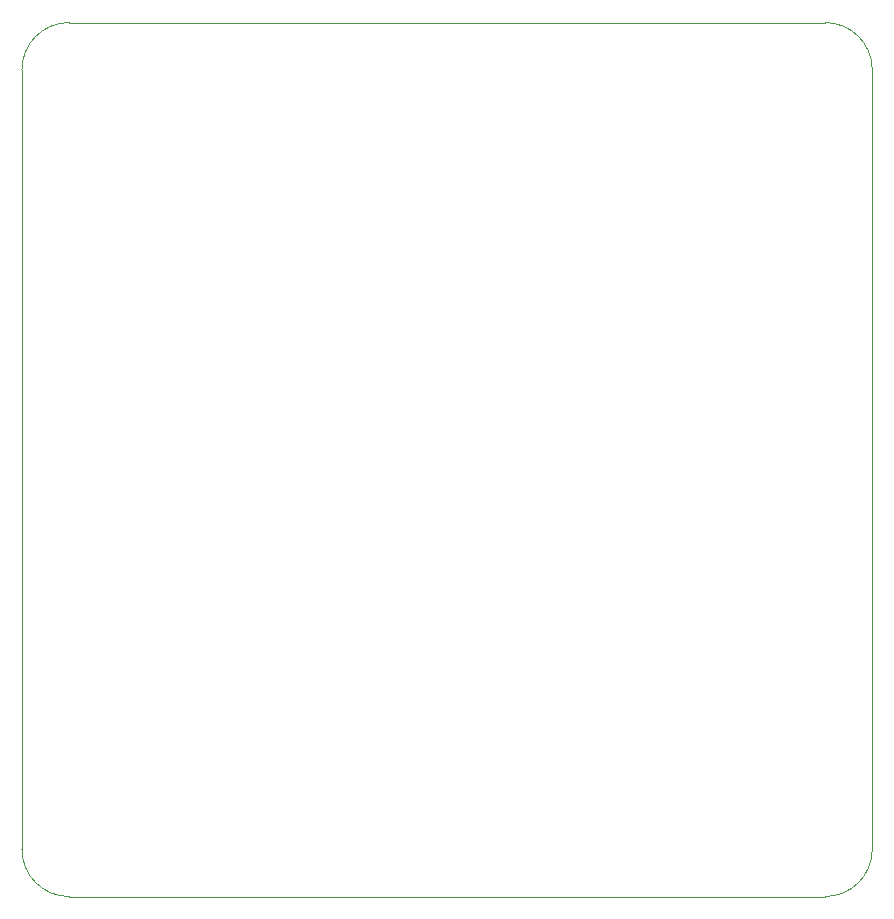
<source format=gbr>
G04 #@! TF.GenerationSoftware,KiCad,Pcbnew,7.0.8*
G04 #@! TF.CreationDate,2024-01-22T06:11:39-07:00*
G04 #@! TF.ProjectId,telemetry,74656c65-6d65-4747-9279-2e6b69636164,v1*
G04 #@! TF.SameCoordinates,Original*
G04 #@! TF.FileFunction,Profile,NP*
%FSLAX46Y46*%
G04 Gerber Fmt 4.6, Leading zero omitted, Abs format (unit mm)*
G04 Created by KiCad (PCBNEW 7.0.8) date 2024-01-22 06:11:39*
%MOMM*%
%LPD*%
G01*
G04 APERTURE LIST*
G04 #@! TA.AperFunction,Profile*
%ADD10C,0.100000*%
G04 #@! TD*
G04 APERTURE END LIST*
D10*
X175000000Y-63000000D02*
G75*
G03*
X171000000Y-59000000I-4000000J0D01*
G01*
X103000000Y-129000000D02*
X103000000Y-63000000D01*
X171000000Y-133000000D02*
X107000000Y-133000000D01*
X175000000Y-63000000D02*
X175000000Y-129000000D01*
X107000000Y-59000000D02*
X171000000Y-59000000D01*
X107000000Y-59000000D02*
G75*
G03*
X103000000Y-63000000I0J-4000000D01*
G01*
X171000000Y-133000000D02*
G75*
G03*
X175000000Y-129000000I0J4000000D01*
G01*
X103000000Y-129000000D02*
G75*
G03*
X107000000Y-133000000I4000000J0D01*
G01*
M02*

</source>
